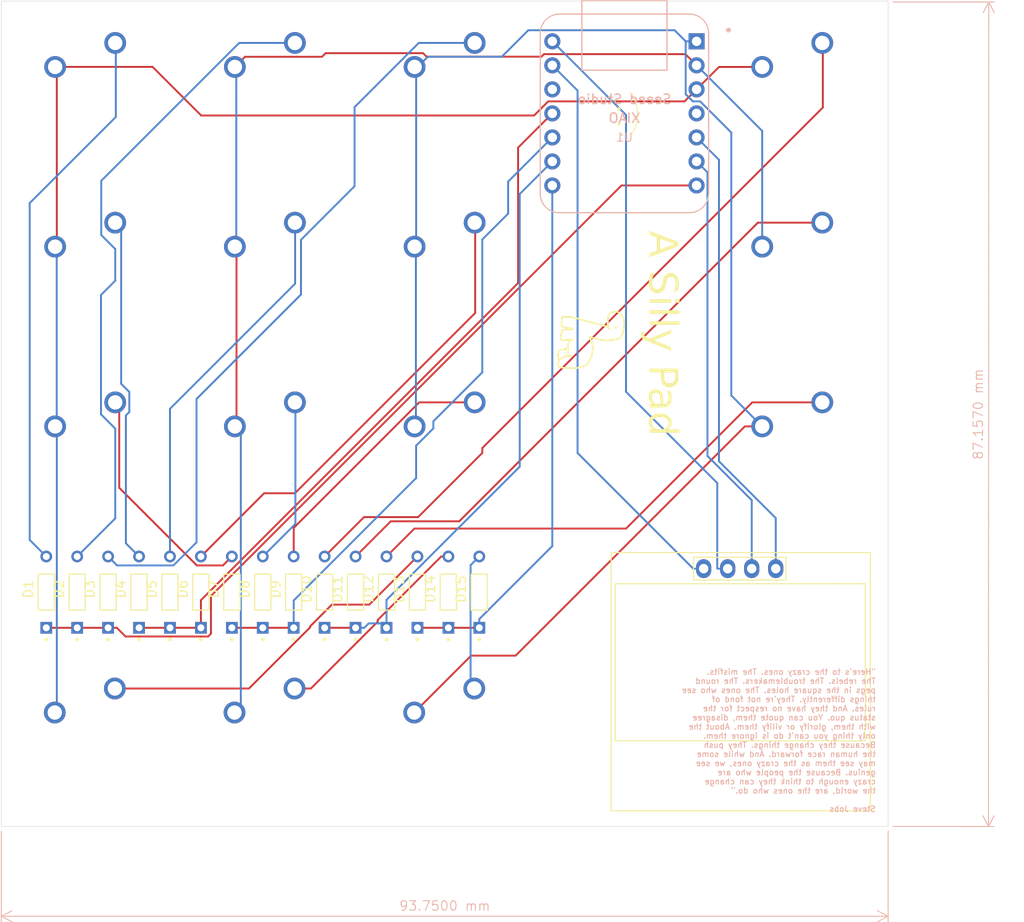
<source format=kicad_pcb>
(kicad_pcb (version 20240108) (generator "pcbnew") (generator_version "8.0")
  (layers (0 "F.Cu" signal) (31 "B.Cu" signal) (34 "B.Paste" user) (35 "F.Paste" user) (36 "B.SilkS" user "B.Silkscreen") (37 "F.SilkS" user "F.Silkscreen") (38 "B.Mask" user) (39 "F.Mask" user) (44 "Edge.Cuts" user))
  (net 0 "")
  (net 1 "SCL")
  (net 2 "SDA")
  (net 3 "C2")
  (net 4 "GND")
  (net 5 "5v")
  (net 6 "R3")
  (net 7 "R2")
  (net 8 "R1")
  (net 9 "C1")
  (net 10 "C3")
  (net 11 "C4")
  (net 13 "C5")
  (net 15 "Net-(D1-PadA)")
  (net 16 "Net-(D2-PadA)")
  (net 17 "Net-(D3-PadA)")
  (net 18 "Net-(D4-PadA)")
  (net 19 "Net-(D5-PadA)")
  (net 20 "Net-(D6-PadA)")
  (net 21 "Net-(D7-PadA)")
  (net 22 "Net-(D8-PadA)")
  (net 23 "Net-(D9-PadA)")
  (net 24 "Net-(D10-PadA)")
  (net 25 "Net-(D11-PadA)")
  (net 26 "Net-(D12-PadA)")
  (net 27 "Net-(D13-PadA)")
  (net 28 "Net-(D14-PadA)")
  (net 29 "Net-(D15-PadA)")
  (footprint "Footprints:128x64OLED" (layer "F.Cu") (at 107.87 100.35)
    (property "Reference" "Brd1" (hide yes))
    (property "Value" "SSD1306")
    (pad "1" thru_hole oval (at -3.62 -10.6 90) (size 2 1.6) (drill 1) (layers "*.Cu" "*.Mask") (net 4 "GND"))
    (pad "2" thru_hole oval (at -1.08 -10.6 90) (size 2 1.6) (drill 1) (layers "*.Cu" "*.Mask") (net 5 "5v"))
    (pad "3" thru_hole oval (at 1.46 -10.6 90) (size 2 1.6) (drill 1) (layers "*.Cu" "*.Mask") (net 1 "SCL"))
    (pad "4" thru_hole oval (at 4 -10.6 90) (size 2 1.6) (drill 1) (layers "*.Cu" "*.Mask") (net 2 "SDA"))
  )
  (footprint "Footprints:MX-Solderable-1U" (layer "F.Cu") (at 39.46 107.5)
    (property "Reference" "SW13")
    (property "Value" "SW_Push")
    (pad "" np_thru_hole circle (at -5.08 0 48.099) (size 1.7018 1.7018) (drill 1.7018) (layers "F&B.Cu" "*.Mask"))
    (pad "" np_thru_hole circle (at 0 0) (size 3.9878 3.9878) (drill 3.9878) (layers "*.Cu" "*.Mask"))
    (pad "" np_thru_hole circle (at 5.08 0 48.099) (size 1.7018 1.7018) (drill 1.7018) (layers "F&B.Cu" "*.Mask"))
    (pad "1" thru_hole circle (at -3.81 -2.54) (size 2.3 2.3) (drill 1.524) (layers "*.Cu" "B.Mask") (net 6 "R3"))
    (pad "2" thru_hole circle (at 2.54 -5.08) (size 2.3 2.3) (drill 1.524) (layers "*.Cu" "B.Mask") (net 27 "Net-(D13-PadA)"))
  )
  (footprint "Footprints:DIOAD753W49L380D172B" (layer "F.Cu") (at 70.72 92.2315 90)
    (property "Reference" "D12" (at 0.3175 -1.905 90) (layer "F.SilkS"))
    (property "Value" "1N4148" (hide yes))
    (pad "A" thru_hole circle (at 3.7685 0 90) (size 1.238 1.238) (drill 0.73) (layers "*.Cu" "*.Mask") (net 26 "Net-(D12-PadA)"))
    (pad "K" thru_hole rect (at -3.7685 0 90) (size 1.238 1.238) (drill 0.73) (layers "*.Cu" "*.Mask") (net 11 "C4"))
  )
  (footprint "Footprints:DIOAD753W49L380D172B" (layer "F.Cu") (at 47.83 92.2315 90)
    (property "Reference" "D5" (at 0.3175 -1.905 90) (layer "F.SilkS"))
    (property "Value" "1N4148" (hide yes))
    (pad "A" thru_hole circle (at 3.7685 0 90) (size 1.238 1.238) (drill 0.73) (layers "*.Cu" "*.Mask") (net 19 "Net-(D5-PadA)"))
    (pad "K" thru_hole rect (at -3.7685 0 90) (size 1.238 1.238) (drill 0.73) (layers "*.Cu" "*.Mask") (net 3 "C2"))
  )
  (footprint "Footprints:DIOAD753W49L380D172B" (layer "F.Cu") (at 44.56 92.2315 90)
    (property "Reference" "D4" (at 0.3175 -1.905 90) (layer "F.SilkS"))
    (property "Value" "1N4148" (hide yes))
    (pad "A" thru_hole circle (at 3.7685 0 90) (size 1.238 1.238) (drill 0.73) (layers "*.Cu" "*.Mask") (net 18 "Net-(D4-PadA)"))
    (pad "K" thru_hole rect (at -3.7685 0 90) (size 1.238 1.238) (drill 0.73) (layers "*.Cu" "*.Mask") (net 3 "C2"))
  )
  (footprint "Footprints:DIOAD753W49L380D172B" (layer "F.Cu") (at 38.02 92.2315 90)
    (property "Reference" "D2" (at 0.3175 -1.905 90) (layer "F.SilkS"))
    (property "Value" "1N4148" (hide yes))
    (pad "A" thru_hole circle (at 3.7685 0 90) (size 1.238 1.238) (drill 0.73) (layers "*.Cu" "*.Mask") (net 16 "Net-(D2-PadA)"))
    (pad "K" thru_hole rect (at -3.7685 0 90) (size 1.238 1.238) (drill 0.73) (layers "*.Cu" "*.Mask") (net 9 "C1"))
  )
  (footprint "Footprints:DIOAD753W49L380D172B" (layer "F.Cu") (at 41.29 92.2315 90)
    (property "Reference" "D3" (at 0.3175 -1.905 90) (layer "F.SilkS"))
    (property "Value" "1N4148" (hide yes))
    (pad "A" thru_hole circle (at 3.7685 0 90) (size 1.238 1.238) (drill 0.73) (layers "*.Cu" "*.Mask") (net 17 "Net-(D3-PadA)"))
    (pad "K" thru_hole rect (at -3.7685 0 90) (size 1.238 1.238) (drill 0.73) (layers "*.Cu" "*.Mask") (net 9 "C1"))
  )
  (footprint "Footprints:MX-Solderable-1U" (layer "F.Cu") (at 58.5 58.25)
    (property "Reference" "SW5")
    (property "Value" "SW_Push")
    (pad "" np_thru_hole circle (at -5.08 0 48.099) (size 1.7018 1.7018) (drill 1.7018) (layers "F&B.Cu" "*.Mask"))
    (pad "" np_thru_hole circle (at 0 0) (size 3.9878 3.9878) (drill 3.9878) (layers "*.Cu" "*.Mask"))
    (pad "" np_thru_hole circle (at 5.08 0 48.099) (size 1.7018 1.7018) (drill 1.7018) (layers "F&B.Cu" "*.Mask"))
    (pad "1" thru_hole circle (at -3.81 -2.54) (size 2.3 2.3) (drill 1.524) (layers "*.Cu" "B.Mask") (net 7 "R2"))
    (pad "2" thru_hole circle (at 2.54 -5.08) (size 2.3 2.3) (drill 1.524) (layers "*.Cu" "B.Mask") (net 19 "Net-(D5-PadA)"))
  )
  (footprint "Footprints:DIOAD753W49L380D172B" (layer "F.Cu") (at 67.45 92.2315 90)
    (property "Reference" "D11" (at 0.3175 -1.905 90) (layer "F.SilkS"))
    (property "Value" "1N4148" (hide yes))
    (pad "A" thru_hole circle (at 3.7685 0 90) (size 1.238 1.238) (drill 0.73) (layers "*.Cu" "*.Mask") (net 25 "Net-(D11-PadA)"))
    (pad "K" thru_hole rect (at -3.7685 0 90) (size 1.238 1.238) (drill 0.73) (layers "*.Cu" "*.Mask") (net 11 "C4"))
  )
  (footprint "Footprints:DIOAD753W49L380D172B" (layer "F.Cu") (at 51.1 92.2315 90)
    (property "Reference" "D6" (at 0.3175 -1.905 90) (layer "F.SilkS"))
    (property "Value" "1N4148" (hide yes))
    (pad "A" thru_hole circle (at 3.7685 0 90) (size 1.238 1.238) (drill 0.73) (layers "*.Cu" "*.Mask") (net 20 "Net-(D6-PadA)"))
    (pad "K" thru_hole rect (at -3.7685 0 90) (size 1.238 1.238) (drill 0.73) (layers "*.Cu" "*.Mask") (net 3 "C2"))
  )
  (footprint "Footprints:DIOAD753W49L380D172B" (layer "F.Cu") (at 54.37 92.2315 90)
    (property "Reference" "D7" (at 0.3175 -1.905 90) (layer "F.SilkS"))
    (property "Value" "1N4148" (hide yes))
    (pad "A" thru_hole circle (at 3.7685 0 90) (size 1.238 1.238) (drill 0.73) (layers "*.Cu" "*.Mask") (net 21 "Net-(D7-PadA)"))
    (pad "K" thru_hole rect (at -3.7685 0 90) (size 1.238 1.238) (drill 0.73) (layers "*.Cu" "*.Mask") (net 10 "C3"))
  )
  (footprint "Footprints:DIOAD753W49L380D172B" (layer "F.Cu") (at 77.26 92.2315 90)
    (property "Reference" "D14" (at 0.3175 -1.905 90) (layer "F.SilkS"))
    (property "Value" "1N4148" (hide yes))
    (pad "A" thru_hole circle (at 3.7685 0 90) (size 1.238 1.238) (drill 0.73) (layers "*.Cu" "*.Mask") (net 28 "Net-(D14-PadA)"))
    (pad "K" thru_hole rect (at -3.7685 0 90) (size 1.238 1.238) (drill 0.73) (layers "*.Cu" "*.Mask") (net 13 "C5"))
  )
  (footprint "Footprints:MX-Solderable-1U" (layer "F.Cu") (at 58.46 107.5)
    (property "Reference" "SW14")
    (property "Value" "SW_Push")
    (pad "" np_thru_hole circle (at -5.08 0 48.099) (size 1.7018 1.7018) (drill 1.7018) (layers "F&B.Cu" "*.Mask"))
    (pad "" np_thru_hole circle (at 0 0) (size 3.9878 3.9878) (drill 3.9878) (layers "*.Cu" "*.Mask"))
    (pad "" np_thru_hole circle (at 5.08 0 48.099) (size 1.7018 1.7018) (drill 1.7018) (layers "F&B.Cu" "*.Mask"))
    (pad "1" thru_hole circle (at -3.81 -2.54) (size 2.3 2.3) (drill 1.524) (layers "*.Cu" "B.Mask") (net 7 "R2"))
    (pad "2" thru_hole circle (at 2.54 -5.08) (size 2.3 2.3) (drill 1.524) (layers "*.Cu" "B.Mask") (net 28 "Net-(D14-PadA)"))
  )
  (footprint "Footprints:DIOAD753W49L380D172B" (layer "F.Cu") (at 73.99 92.2315 90)
    (property "Reference" "D13" (at 0.3175 -1.905 90) (layer "F.SilkS"))
    (property "Value" "1N4148" (hide yes))
    (pad "A" thru_hole circle (at 3.7685 0 90) (size 1.238 1.238) (drill 0.73) (layers "*.Cu" "*.Mask") (net 27 "Net-(D13-PadA)"))
    (pad "K" thru_hole rect (at -3.7685 0 90) (size 1.238 1.238) (drill 0.73) (layers "*.Cu" "*.Mask") (net 13 "C5"))
  )
  (footprint "Footprints:DIOAD753W49L380D172B" (layer "F.Cu") (at 80.53 92.2315 90)
    (property "Reference" "D15" (at 0.3175 -1.905 90) (layer "F.SilkS"))
    (property "Value" "1N4148" (hide yes))
    (pad "A" thru_hole circle (at 3.7685 0 90) (size 1.238 1.238) (drill 0.73) (layers "*.Cu" "*.Mask") (net 29 "Net-(D15-PadA)"))
    (pad "K" thru_hole rect (at -3.7685 0 90) (size 1.238 1.238) (drill 0.73) (layers "*.Cu" "*.Mask") (net 13 "C5"))
  )
  (footprint "Footprints:DIOAD753W49L380D172B" (layer "F.Cu") (at 60.91 92.2315 90)
    (property "Reference" "D9" (at 0.3175 -1.905 90) (layer "F.SilkS"))
    (property "Value" "1N4148" (hide yes))
    (pad "A" thru_hole circle (at 3.7685 0 90) (size 1.238 1.238) (drill 0.73) (layers "*.Cu" "*.Mask") (net 23 "Net-(D9-PadA)"))
    (pad "K" thru_hole rect (at -3.7685 0 90) (size 1.238 1.238) (drill 0.73) (layers "*.Cu" "*.Mask") (net 10 "C3"))
  )
  (footprint "LOGO" (layer "F.Cu") (at 92.5 65.25 -90)
    (property "Reference" "dino" (hide yes))
    (property "Value" "LOGO" (hide yes))
  )
  (footprint "Footprints:MX-Solderable-1U" (layer "F.Cu") (at 77.5 39.25)
    (property "Reference" "SW3")
    (property "Value" "SW_Push")
    (pad "" np_thru_hole circle (at -5.08 0 48.099) (size 1.7018 1.7018) (drill 1.7018) (layers "F&B.Cu" "*.Mask"))
    (pad "" np_thru_hole circle (at 0 0) (size 3.9878 3.9878) (drill 3.9878) (layers "*.Cu" "*.Mask"))
    (pad "" np_thru_hole circle (at 5.08 0 48.099) (size 1.7018 1.7018) (drill 1.7018) (layers "F&B.Cu" "*.Mask"))
    (pad "1" thru_hole circle (at -3.81 -2.54) (size 2.3 2.3) (drill 1.524) (layers "*.Cu" "B.Mask") (net 8 "R1"))
    (pad "2" thru_hole circle (at 2.54 -5.08) (size 2.3 2.3) (drill 1.524) (layers "*.Cu" "B.Mask") (net 17 "Net-(D3-PadA)"))
  )
  (footprint "Footprints:MX-Solderable-1U" (layer "F.Cu") (at 39.5 58.25)
    (property "Reference" "SW4")
    (property "Value" "SW_Push")
    (pad "" np_thru_hole circle (at -5.08 0 48.099) (size 1.7018 1.7018) (drill 1.7018) (layers "F&B.Cu" "*.Mask"))
    (pad "" np_thru_hole circle (at 0 0) (size 3.9878 3.9878) (drill 3.9878) (layers "*.Cu" "*.Mask"))
    (pad "" np_thru_hole circle (at 5.08 0 48.099) (size 1.7018 1.7018) (drill 1.7018) (layers "F&B.Cu" "*.Mask"))
    (pad "1" thru_hole circle (at -3.81 -2.54) (size 2.3 2.3) (drill 1.524) (layers "*.Cu" "B.Mask") (net 6 "R3"))
    (pad "2" thru_hole circle (at 2.54 -5.08) (size 2.3 2.3) (drill 1.524) (layers "*.Cu" "B.Mask") (net 18 "Net-(D4-PadA)"))
  )
  (footprint "Footprints:MX-Solderable-1U" (layer "F.Cu") (at 58.5 77.25)
    (property "Reference" "SW8")
    (property "Value" "SW_Push")
    (pad "" np_thru_hole circle (at -5.08 0 48.099) (size 1.7018 1.7018) (drill 1.7018) (layers "F&B.Cu" "*.Mask"))
    (pad "" np_thru_hole circle (at 0 0) (size 3.9878 3.9878) (drill 3.9878) (layers "*.Cu" "*.Mask"))
    (pad "" np_thru_hole circle (at 5.08 0 48.099) (size 1.7018 1.7018) (drill 1.7018) (layers "F&B.Cu" "*.Mask"))
    (pad "1" thru_hole circle (at -3.81 -2.54) (size 2.3 2.3) (drill 1.524) (layers "*.Cu" "B.Mask") (net 7 "R2"))
    (pad "2" thru_hole circle (at 2.54 -5.08) (size 2.3 2.3) (drill 1.524) (layers "*.Cu" "B.Mask") (net 22 "Net-(D8-PadA)"))
  )
  (footprint "Footprints:MX-Solderable-1U" (layer "F.Cu") (at 114.25 39.25)
    (property "Reference" "SW10")
    (property "Value" "SW_Push")
    (pad "" np_thru_hole circle (at -5.08 0 48.099) (size 1.7018 1.7018) (drill 1.7018) (layers "F&B.Cu" "*.Mask"))
    (pad "" np_thru_hole circle (at 0 0) (size 3.9878 3.9878) (drill 3.9878) (layers "*.Cu" "*.Mask"))
    (pad "" np_thru_hole circle (at 5.08 0 48.099) (size 1.7018 1.7018) (drill 1.7018) (layers "F&B.Cu" "*.Mask"))
    (pad "1" thru_hole circle (at -3.81 -2.54) (size 2.3 2.3) (drill 1.524) (layers "*.Cu" "B.Mask") (net 6 "R3"))
    (pad "2" thru_hole circle (at 2.54 -5.08) (size 2.3 2.3) (drill 1.524) (layers "*.Cu" "B.Mask") (net 24 "Net-(D10-PadA)"))
  )
  (footprint "Footprints:DIOAD753W49L380D172B" (layer "F.Cu") (at 57.64 92.2315 90)
    (property "Reference" "D8" (at 0.3175 -1.905 90) (layer "F.SilkS"))
    (property "Value" "1N4148" (hide yes))
    (pad "A" thru_hole circle (at 3.7685 0 90) (size 1.238 1.238) (drill 0.73) (layers "*.Cu" "*.Mask") (net 22 "Net-(D8-PadA)"))
    (pad "K" thru_hole rect (at -3.7685 0 90) (size 1.238 1.238) (drill 0.73) (layers "*.Cu" "*.Mask") (net 10 "C3"))
  )
  (footprint "Footprints:DIOAD753W49L380D172B" (layer "F.Cu") (at 34.75 92.2315 90)
    (property "Reference" "D1" (at 0.3175 -1.905 90) (layer "F.SilkS"))
    (property "Value" "1N4148" (hide yes))
    (pad "A" thru_hole circle (at 3.7685 0 90) (size 1.238 1.238) (drill 0.73) (layers "*.Cu" "*.Mask") (net 15 "Net-(D1-PadA)"))
    (pad "K" thru_hole rect (at -3.7685 0 90) (size 1.238 1.238) (drill 0.73) (layers "*.Cu" "*.Mask") (net 9 "C1"))
  )
  (footprint "Footprints:MX-Solderable-1U" (layer "F.Cu") (at 77.46 107.5)
    (property "Reference" "SW15")
    (property "Value" "SW_Push")
    (pad "" np_thru_hole circle (at -5.08 0 48.099) (size 1.7018 1.7018) (drill 1.7018) (layers "F&B.Cu" "*.Mask"))
    (pad "" np_thru_hole circle (at 0 0) (size 3.9878 3.9878) (drill 3.9878) (layers "*.Cu" "*.Mask"))
    (pad "" np_thru_hole circle (at 5.08 0 48.099) (size 1.7018 1.7018) (drill 1.7018) (layers "F&B.Cu" "*.Mask"))
    (pad "1" thru_hole circle (at -3.81 -2.54) (size 2.3 2.3) (drill 1.524) (layers "*.Cu" "B.Mask") (net 8 "R1"))
    (pad "2" thru_hole circle (at 2.54 -5.08) (size 2.3 2.3) (drill 1.524) (layers "*.Cu" "B.Mask") (net 29 "Net-(D15-PadA)"))
  )
  (footprint "Footprints:MX-Solderable-1U" (layer "F.Cu") (at 114.25 58.25)
    (property "Reference" "SW11")
    (property "Value" "SW_Push")
    (pad "" np_thru_hole circle (at -5.08 0 48.099) (size 1.7018 1.7018) (drill 1.7018) (layers "F&B.Cu" "*.Mask"))
    (pad "" np_thru_hole circle (at 0 0) (size 3.9878 3.9878) (drill 3.9878) (layers "*.Cu" "*.Mask"))
    (pad "" np_thru_hole circle (at 5.08 0 48.099) (size 1.7018 1.7018) (drill 1.7018) (layers "F&B.Cu" "*.Mask"))
    (pad "1" thru_hole circle (at -3.81 -2.54) (size 2.3 2.3) (drill 1.524) (layers "*.Cu" "B.Mask") (net 7 "R2"))
    (pad "2" thru_hole circle (at 2.54 -5.08) (size 2.3 2.3) (drill 1.524) (layers "*.Cu" "B.Mask") (net 25 "Net-(D11-PadA)"))
  )
  (footprint "Footprints:DIOAD753W49L380D172B" (layer "F.Cu") (at 64.18 92.2315 90)
    (property "Reference" "D10" (at 0.3175 -1.905 90) (layer "F.SilkS"))
    (property "Value" "1N4148" (hide yes))
    (pad "A" thru_hole circle (at 3.7685 0 90) (size 1.238 1.238) (drill 0.73) (layers "*.Cu" "*.Mask") (net 24 "Net-(D10-PadA)"))
    (pad "K" thru_hole rect (at -3.7685 0 90) (size 1.238 1.238) (drill 0.73) (layers "*.Cu" "*.Mask") (net 11 "C4"))
  )
  (footprint "Footprints:MX-Solderable-1U" (layer "F.Cu") (at 114.25 77.25)
    (property "Reference" "SW12")
    (property "Value" "SW_Push")
    (pad "" np_thru_hole circle (at -5.08 0 48.099) (size 1.7018 1.7018) (drill 1.7018) (layers "F&B.Cu" "*.Mask"))
    (pad "" np_thru_hole circle (at 0 0) (size 3.9878 3.9878) (drill 3.9878) (layers "*.Cu" "*.Mask"))
    (pad "" np_thru_hole circle (at 5.08 0 48.099) (size 1.7018 1.7018) (drill 1.7018) (layers "F&B.Cu" "*.Mask"))
    (pad "1" thru_hole circle (at -3.81 -2.54) (size 2.3 2.3) (drill 1.524) (layers "*.Cu" "B.Mask") (net 8 "R1"))
    (pad "2" thru_hole circle (at 2.54 -5.08) (size 2.3 2.3) (drill 1.524) (layers "*.Cu" "B.Mask") (net 26 "Net-(D12-PadA)"))
  )
  (footprint "Footprints:MX-Solderable-1U" (layer "F.Cu") (at 58.5 39.25)
    (property "Reference" "SW2")
    (property "Value" "SW_Push")
    (pad "" np_thru_hole circle (at -5.08 0 48.099) (size 1.7018 1.7018) (drill 1.7018) (layers "F&B.Cu" "*.Mask"))
    (pad "" np_thru_hole circle (at 0 0) (size 3.9878 3.9878) (drill 3.9878) (layers "*.Cu" "*.Mask"))
    (pad "" np_thru_hole circle (at 5.08 0 48.099) (size 1.7018 1.7018) (drill 1.7018) (layers "F&B.Cu" "*.Mask"))
    (pad "1" thru_hole circle (at -3.81 -2.54) (size 2.3 2.3) (drill 1.524) (layers "*.Cu" "B.Mask") (net 7 "R2"))
    (pad "2" thru_hole circle (at 2.54 -5.08) (size 2.3 2.3) (drill 1.524) (layers "*.Cu" "B.Mask") (net 16 "Net-(D2-PadA)"))
  )
  (footprint "Footprints:MX-Solderable-1U" (layer "F.Cu") (at 77.5 58.25)
    (property "Reference" "SW6")
    (property "Value" "SW_Push")
    (pad "" np_thru_hole circle (at -5.08 0 48.099) (size 1.7018 1.7018) (drill 1.7018) (layers "F&B.Cu" "*.Mask"))
    (pad "" np_thru_hole circle (at 0 0) (size 3.9878 3.9878) (drill 3.9878) (layers "*.Cu" "*.Mask"))
    (pad "" np_thru_hole circle (at 5.08 0 48.099) (size 1.7018 1.7018) (drill 1.7018) (layers "F&B.Cu" "*.Mask"))
    (pad "1" thru_hole circle (at -3.81 -2.54) (size 2.3 2.3) (drill 1.524) (layers "*.Cu" "B.Mask") (net 8 "R1"))
    (pad "2" thru_hole circle (at 2.54 -5.08) (size 2.3 2.3) (drill 1.524) (layers "*.Cu" "B.Mask") (net 20 "Net-(D6-PadA)"))
  )
  (footprint "Footprints:MX-Solderable-1U" (layer "F.Cu") (at 77.5 77.25)
    (property "Reference" "SW9")
    (property "Value" "SW_Push")
    (pad "" np_thru_hole circle (at -5.08 0 48.099) (size 1.7018 1.7018) (drill 1.7018) (layers "F&B.Cu" "*.Mask"))
    (pad "" np_thru_hole circle (at 0 0) (size 3.9878 3.9878) (drill 3.9878) (layers "*.Cu" "*.Mask"))
    (pad "" np_thru_hole circle (at 5.08 0 48.099) (size 1.7018 1.7018) (drill 1.7018) (layers "F&B.Cu" "*.Mask"))
    (pad "1" thru_hole circle (at -3.81 -2.54) (size 2.3 2.3) (drill 1.524) (layers "*.Cu" "B.Mask") (net 8 "R1"))
    (pad "2" thru_hole circle (at 2.54 -5.08) (size 2.3 2.3) (drill 1.524) (layers "*.Cu" "B.Mask") (net 23 "Net-(D9-PadA)"))
  )
  (footprint "Footprints:MX-Solderable-1U" (layer "F.Cu") (at 39.5 39.25)
    (property "Reference" "SW1")
    (property "Value" "SW_Push")
    (pad "" np_thru_hole circle (at -5.08 0 48.099) (size 1.7018 1.7018) (drill 1.7018) (layers "F&B.Cu" "*.Mask"))
    (pad "" np_thru_hole circle (at 0 0) (size 3.9878 3.9878) (drill 3.9878) (layers "*.Cu" "*.Mask"))
    (pad "" np_thru_hole circle (at 5.08 0 48.099) (size 1.7018 1.7018) (drill 1.7018) (layers "F&B.Cu" "*.Mask"))
    (pad "1" thru_hole circle (at -3.81 -2.54) (size 2.3 2.3) (drill 1.524) (layers "*.Cu" "B.Mask") (net 6 "R3"))
    (pad "2" thru_hole circle (at 2.54 -5.08) (size 2.3 2.3) (drill 1.524) (layers "*.Cu" "B.Mask") (net 15 "Net-(D1-PadA)"))
  )
  (footprint "Footprints:MX-Solderable-1U" (layer "F.Cu") (at 39.5 77.25)
    (property "Reference" "SW7")
    (property "Value" "SW_Push")
    (pad "" np_thru_hole circle (at -5.08 0 48.099) (size 1.7018 1.7018) (drill 1.7018) (layers "F&B.Cu" "*.Mask"))
    (pad "" np_thru_hole circle (at 0 0) (size 3.9878 3.9878) (drill 3.9878) (layers "*.Cu" "*.Mask"))
    (pad "" np_thru_hole circle (at 5.08 0 48.099) (size 1.7018 1.7018) (drill 1.7018) (layers "F&B.Cu" "*.Mask"))
    (pad "1" thru_hole circle (at -3.81 -2.54) (size 2.3 2.3) (drill 1.524) (layers "*.Cu" "B.Mask") (net 6 "R3"))
    (pad "2" thru_hole circle (at 2.54 -5.08) (size 2.3 2.3) (drill 1.524) (layers "*.Cu" "B.Mask") (net 21 "Net-(D7-PadA)"))
  )
  (footprint "Footprints:XIAO-Generic-Thruhole-14P-2.54-21X17.8MM" (layer "B.Cu") (at 95.875 41.62 180)
    (property "Reference" "U1" (at 0 -2.54 0) (layer "B.SilkS") (effects (font (size 0.889 0.889) (thickness 0.1016)) (justify mirror)))
    (property "Value" "Seeed Xiao RP2040" (hide yes))
    (fp_text user "Seeed Studio" (at 0 1.5 0) (layer "B.SilkS") (effects (justify mirror)))
    (fp_text user "XIAO" (at 0 -0.5 0) (layer "B.SilkS") (effects (justify mirror)))
    (pad "1" thru_hole rect (at -7.625 7.62 180) (size 1.7 1.7) (drill 1) (layers "*.Cu" "*.Mask") (net 8 "R1"))
    (pad "2" thru_hole circle (at -7.625 5.08 180) (size 1.7 1.7) (drill 1) (layers "*.Cu" "*.Mask") (net 7 "R2"))
    (pad "3" thru_hole circle (at -7.625 2.54 180) (size 1.7 1.7) (drill 1) (layers "*.Cu" "*.Mask") (net 6 "R3"))
    (pad "4" thru_hole circle (at -7.625 0 180) (size 1.7 1.7) (drill 1) (layers "*.Cu" "*.Mask"))
    (pad "5" thru_hole circle (at -7.625 -2.54 180) (size 1.7 1.7) (drill 1) (layers "*.Cu" "*.Mask") (net 2 "SDA"))
    (pad "6" thru_hole circle (at -7.625 -5.08) (size 1.7 1.7) (drill 1) (layers "*.Cu" "*.Mask") (net 1 "SCL"))
    (pad "7" thru_hole circle (at -7.625 -7.62 180) (size 1.7 1.7) (drill 1) (layers "*.Cu" "*.Mask") (net 9 "C1"))
    (pad "8" thru_hole circle (at 7.625 -7.62 180) (size 1.7 1.7) (drill 1) (layers "*.Cu" "*.Mask") (net 13 "C5"))
    (pad "9" thru_hole circle (at 7.625 -5.08 180) (size 1.7 1.7) (drill 1) (layers "*.Cu" "*.Mask") (net 11 "C4"))
    (pad "10" thru_hole circle (at 7.625 -2.54 180) (size 1.7 1.7) (drill 1) (layers "*.Cu" "*.Mask") (net 10 "C3"))
    (pad "11" thru_hole circle (at 7.625 0 180) (size 1.7 1.7) (drill 1) (layers "*.Cu" "*.Mask") (net 3 "C2"))
    (pad "12" thru_hole circle (at 7.625 2.54 180) (size 1.7 1.7) (drill 1) (layers "*.Cu" "*.Mask"))
    (pad "13" thru_hole circle (at 7.625 5.08 180) (size 1.7 1.7) (drill 1) (layers "*.Cu" "*.Mask") (net 4 "GND"))
    (pad "14" thru_hole circle (at 7.625 7.62 180) (size 1.7 1.7) (drill 1) (layers "*.Cu" "*.Mask") (net 5 "5v"))
  )
  (gr_rect (start 30 29.75) (end 123.75 117) (stroke (width 0.05)) (fill none) (layer "Edge.Cuts"))
  (gr_text "{dblquote}Here's to the crazy ones. The misfits.\nThe rebels. The troublemakers. The round\npegs in the square holes. The ones who see\nthings differently. They're not fond of\nrules. And they have no respect for the\nstatus quo. You can quote them, disagree\nwith them, glorify or vilify them. About the\nonly thing you can't do is ignore them.\nBecause they change things. They push\nthe human race forward. And while some\nmay see them as the crazy ones, we see\ngenius. Because the people who are\ncrazy enough to think they can change\nthe world, are the ones who do.{dblquote}\n\nSteve Jobs" (at 122.5 115.5 0) (layer "B.SilkS") (effects (font (size 0.6 0.6) (thickness 0.1)) (justify left bottom mirror)))
  (gr_text ":)" (at 94.5 43.25 0) (layer "F.SilkS") (effects (font (size 3 3) (thickness 0.1)) (justify left bottom)))
  (gr_text "A Silly Pad" (at 98 54 -90) (layer "F.SilkS") (effects (font (size 3 3) (thickness 0.1)) (justify left bottom)))
  (dimension (type aligned) (layer "B.SilkS") (pts (xy 123.775 29.843) (xy 123.75 117)) (height -10.612222) (gr_text "87.1570 mm" (at 133.274722 73.424228 89.98356535) (layer "B.SilkS") (effects (font (size 1 1) (thickness 0.1)))) (format (prefix "") (suffix "") (units 3) (units_format 1) (precision 4)) (style (thickness 0.1) (arrow_length 1.27) (text_position_mode 0) (extension_height 0.58642) (extension_offset 0.5) keep_text_aligned))
  (dimension (type aligned) (layer "B.SilkS") (pts (xy 30 117) (xy 123.75 117)) (height 9.5) (gr_text "93.7500 mm" (at 76.875 125.4 0) (layer "B.SilkS") (effects (font (size 1 1) (thickness 0.1)))) (format (prefix "") (suffix "") (units 3) (units_format 1) (precision 4)) (style (thickness 0.1) (arrow_length 1.27) (text_position_mode 0) (extension_height 0.58642) (extension_offset 0.5) keep_text_aligned))
  (segment (start 104.6517 77.8348) (end 109.33 82.5131) (width 0.2) (layer "B.Cu") (net 1))
  (segment (start 109.33 82.5131) (end 109.33 89.75) (width 0.2) (layer "B.Cu") (net 1))
  (segment (start 103.5 46.7) (end 104.6517 47.8517) (width 0.2) (layer "B.Cu") (net 1))
  (segment (start 104.6517 47.8517) (end 104.6517 77.8348) (width 0.2) (layer "B.Cu") (net 1))
  (segment (start 105.8656 78.3979) (end 111.87 84.4023) (width 0.2) (layer "B.Cu") (net 2))
  (segment (start 111.87 84.4023) (end 111.87 89.75) (width 0.2) (layer "B.Cu") (net 2))
  (segment (start 103.5 44.16) (end 105.8656 46.5256) (width 0.2) (layer "B.Cu") (net 2))
  (segment (start 105.8656 46.5256) (end 105.8656 78.3979) (width 0.2) (layer "B.Cu") (net 2))
  (segment (start 47.83 96) (end 48.7507 96) (width 0.2) (layer "F.Cu") (net 3))
  (segment (start 88.25 41.62) (end 84.6329 45.2371) (width 0.2) (layer "F.Cu") (net 3))
  (segment (start 84.6329 45.2371) (end 84.6329 59.5511) (width 0.2) (layer "F.Cu") (net 3))
  (segment (start 84.6329 59.5511) (end 51.1 93.084) (width 0.2) (layer "F.Cu") (net 3))
  (segment (start 51.1 93.084) (end 51.1 96) (width 0.2) (layer "F.Cu") (net 3))
  (segment (start 51.1 96) (end 48.7507 96) (width 0.2) (layer "F.Cu") (net 3))
  (segment (start 44.56 96) (end 47.83 96) (width 0.2) (layer "F.Cu") (net 3))
  (segment (start 90.9189 77.5206) (end 103.1483 89.75) (width 0.2) (layer "B.Cu") (net 4))
  (segment (start 104.25 89.75) (end 103.1483 89.75) (width 0.2) (layer "B.Cu") (net 4))
  (segment (start 90.9189 39.2089) (end 90.9189 77.5206) (width 0.2) (layer "B.Cu") (net 4))
  (segment (start 88.25 36.54) (end 90.9189 39.2089) (width 0.2) (layer "B.Cu") (net 4))
  (segment (start 96.0413 71.0529) (end 96.0413 41.7913) (width 0.2) (layer "B.Cu") (net 5))
  (segment (start 106.79 89.75) (end 105.6883 89.75) (width 0.2) (layer "B.Cu") (net 5))
  (segment (start 105.6883 89.75) (end 105.6883 80.6999) (width 0.2) (layer "B.Cu") (net 5))
  (segment (start 105.6883 80.6999) (end 96.0413 71.0529) (width 0.2) (layer "B.Cu") (net 5))
  (segment (start 96.0413 41.7913) (end 88.25 34) (width 0.2) (layer "B.Cu") (net 5))
  (segment (start 35.6982 36.71) (end 35.69 36.71) (width 0.2) (layer "F.Cu") (net 6))
  (segment (start 35.8658 55.5342) (end 35.8658 36.8776) (width 0.2) (layer "F.Cu") (net 6))
  (segment (start 87.8155 40.35) (end 86.3232 41.8423) (width 0.2) (layer "F.Cu") (net 6))
  (segment (start 102.23 40.35) (end 87.8155 40.35) (width 0.2) (layer "F.Cu") (net 6))
  (segment (start 35.8658 36.8776) (end 35.6982 36.71) (width 0.2) (layer "F.Cu") (net 6))
  (segment (start 45.9915 36.7015) (end 36.0419 36.7015) (width 0.2) (layer "F.Cu") (net 6))
  (segment (start 35.69 55.71) (end 35.8658 55.5342) (width 0.2) (layer "F.Cu") (net 6))
  (segment (start 36.0419 36.7015) (end 35.8658 36.8776) (width 0.2) (layer "F.Cu") (net 6))
  (segment (start 110.44 36.71) (end 105.87 36.71) (width 0.2) (layer "F.Cu") (net 6))
  (segment (start 51.1323 41.8423) (end 45.9915 36.7015) (width 0.2) (layer "F.Cu") (net 6))
  (segment (start 105.87 36.71) (end 103.5 39.08) (width 0.2) (layer "F.Cu") (net 6))
  (segment (start 103.5 39.08) (end 102.23 40.35) (width 0.2) (layer "F.Cu") (net 6))
  (segment (start 86.3232 41.8423) (end 51.1323 41.8423) (width 0.2) (layer "F.Cu") (net 6))
  (segment (start 35.8674 104.7426) (end 35.65 104.96) (width 0.2) (layer "B.Cu") (net 6))
  (segment (start 35.8674 74.8874) (end 35.8674 104.7426) (width 0.2) (layer "B.Cu") (net 6))
  (segment (start 35.8552 74.5448) (end 35.69 74.71) (width 0.2) (layer "B.Cu") (net 6))
  (segment (start 35.69 55.71) (end 35.8552 55.8752) (width 0.2) (layer "B.Cu") (net 6))
  (segment (start 35.69 74.71) (end 35.8674 74.8874) (width 0.2) (layer "B.Cu") (net 6))
  (segment (start 35.8552 55.8752) (end 35.8552 74.5448) (width 0.2) (layer "B.Cu") (net 6))
  (segment (start 54.69 74.71) (end 54.8632 74.5368) (width 0.2) (layer "F.Cu") (net 7))
  (segment (start 102.3175 35.3575) (end 87.3625 35.3575) (width 0.2) (layer "F.Cu") (net 7))
  (segment (start 74.5866 35.2556) (end 64.283 35.2556) (width 0.2) (layer "F.Cu") (net 7))
  (segment (start 54.8632 74.5368) (end 54.8632 55.8832) (width 0.2) (layer "F.Cu") (net 7))
  (segment (start 55.7659 35.6341) (end 54.69 36.71) (width 0.2) (layer "F.Cu") (net 7))
  (segment (start 87.3625 35.3575) (end 87.0965 35.6235) (width 0.2) (layer "F.Cu") (net 7))
  (segment (start 64.283 35.2556) (end 63.9045 35.6341) (width 0.2) (layer "F.Cu") (net 7))
  (segment (start 54.8632 55.8832) (end 54.69 55.71) (width 0.2) (layer "F.Cu") (net 7))
  (segment (start 63.9045 35.6341) (end 55.7659 35.6341) (width 0.2) (layer "F.Cu") (net 7))
  (segment (start 74.9545 35.6235) (end 74.5866 35.2556) (width 0.2) (layer "F.Cu") (net 7))
  (segment (start 87.0965 35.6235) (end 74.9545 35.6235) (width 0.2) (layer "F.Cu") (net 7))
  (segment (start 103.5 36.54) (end 102.3175 35.3575) (width 0.2) (layer "F.Cu") (net 7))
  (segment (start 54.8425 36.8625) (end 54.8425 55.5575) (width 0.2) (layer "B.Cu") (net 7))
  (segment (start 110.44 43.48) (end 110.44 55.71) (width 0.2) (layer "B.Cu") (net 7))
  (segment (start 55.3171 104.2929) (end 54.65 104.96) (width 0.2) (layer "B.Cu") (net 7))
  (segment (start 55.3171 75.3371) (end 55.3171 104.2929) (width 0.2) (layer "B.Cu") (net 7))
  (segment (start 54.69 36.71) (end 54.8425 36.8625) (width 0.2) (layer "B.Cu") (net 7))
  (segment (start 54.8425 55.5575) (end 54.69 55.71) (width 0.2) (layer "B.Cu") (net 7))
  (segment (start 103.5 36.54) (end 110.44 43.48) (width 0.2) (layer "B.Cu") (net 7))
  (segment (start 54.69 74.71) (end 55.3171 75.3371) (width 0.2) (layer "B.Cu") (net 7))
  (segment (start 79.6655 98.9445) (end 73.65 104.96) (width 0.2) (layer "F.Cu") (net 8))
  (segment (start 108.6046 74.71) (end 84.3701 98.9445) (width 0.2) (layer "F.Cu") (net 8))
  (segment (start 110.44 74.71) (end 108.6046 74.71) (width 0.2) (layer "F.Cu") (net 8))
  (segment (start 84.3701 98.9445) (end 79.6655 98.9445) (width 0.2) (layer "F.Cu") (net 8))
  (segment (start 75.0881 35.6341) (end 82.9045 35.6341) (width 0.2) (layer "B.Cu") (net 8))
  (segment (start 73.69 55.71) (end 73.8552 55.5448) (width 0.2) (layer "B.Cu") (net 8))
  (segment (start 102.3483 39.5924) (end 103.1059 40.35) (width 0.2) (layer "B.Cu") (net 8))
  (segment (start 73.8284 74.5716) (end 73.69 74.71) (width 0.2) (layer "B.Cu") (net 8))
  (segment (start 101.1784 32.8301) (end 102.3483 34) (width 0.2) (layer "B.Cu") (net 8))
  (segment (start 73.8552 36.867) (end 73.6982 36.71) (width 0.2) (layer "B.Cu") (net 8))
  (segment (start 103.5 34) (end 102.4492 34) (width 0.2) (layer "B.Cu") (net 8))
  (segment (start 73.8552 36.867) (end 75.0881 35.6341) (width 0.2) (layer "B.Cu") (net 8))
  (segment (start 73.6982 36.71) (end 73.69 36.71) (width 0.2) (layer "B.Cu") (net 8))
  (segment (start 107.1723 71.4423) (end 110.44 74.71) (width 0.2) (layer "B.Cu") (net 8))
  (segment (start 102.3498 34) (end 102.3483 34) (width 0.2) (layer "B.Cu") (net 8))
  (segment (start 73.69 55.71) (end 73.8284 55.8484) (width 0.2) (layer "B.Cu") (net 8))
  (segment (start 102.3483 34.0015) (end 102.3483 39.5924) (width 0.2) (layer "B.Cu") (net 8))
  (segment (start 85.7085 32.8301) (end 101.1784 32.8301) (width 0.2) (layer "B.Cu") (net 8))
  (segment (start 82.9045 35.6341) (end 85.7085 32.8301) (width 0.2) (layer "B.Cu") (net 8))
  (segment (start 102.3498 34) (end 102.3483 34.0015) (width 0.2) (layer "B.Cu") (net 8))
  (segment (start 73.8552 55.5448) (end 73.8552 36.867) (width 0.2) (layer "B.Cu") (net 8))
  (segment (start 107.1723 43.6443) (end 107.1723 71.4423) (width 0.2) (layer "B.Cu") (net 8))
  (segment (start 102.4492 34) (end 102.3498 34) (width 0.2) (layer "B.Cu") (net 8))
  (segment (start 103.878 40.35) (end 107.1723 43.6443) (width 0.2) (layer "B.Cu") (net 8))
  (segment (start 103.1059 40.35) (end 103.878 40.35) (width 0.2) (layer "B.Cu") (net 8))
  (segment (start 73.8284 55.8484) (end 73.8284 74.5716) (width 0.2) (layer "B.Cu") (net 8))
  (segment (start 41.29 96) (end 38.02 96) (width 0.2) (layer "F.Cu") (net 9))
  (segment (start 51.8617 96.9207) (end 52.1622 96.6202) (width 0.2) (layer "F.Cu") (net 9))
  (segment (start 43.1314 96.9207) (end 51.8617 96.9207) (width 0.2) (layer "F.Cu") (net 9))
  (segment (start 34.75 96) (end 38.02 96) (width 0.2) (layer "F.Cu") (net 9))
  (segment (start 41.29 96) (end 42.2107 96) (width 0.2) (layer "F.Cu") (net 9))
  (segment (start 52.1622 96.6202) (end 52.1622 92.6387) (width 0.2) (layer "F.Cu") (net 9))
  (segment (start 95.5609 49.24) (end 103.5 49.24) (width 0.2) (layer "F.Cu") (net 9))
  (segment (start 42.2107 96) (end 43.1314 96.9207) (width 0.2) (layer "F.Cu") (net 9))
  (segment (start 52.1622 92.6387) (end 95.5609 49.24) (width 0.2) (layer "F.Cu") (net 9))
  (segment (start 60.91 96) (end 57.64 96) (width 0.2) (layer "F.Cu") (net 10))
  (segment (start 57.64 96) (end 54.37 96) (width 0.2) (layer "F.Cu") (net 10))
  (segment (start 88.25 44.16) (end 83.5807 48.8293) (width 0.2) (layer "B.Cu") (net 10))
  (segment (start 73.8516 76.7477) (end 73.8516 80.1696) (width 0.2) (layer "B.Cu") (net 10))
  (segment (start 60.91 93.1112) (end 60.91 96) (width 0.2) (layer "B.Cu") (net 10))
  (segment (start 80.8483 68.9995) (end 75.6734 74.1744) (width 0.2) (layer "B.Cu") (net 10))
  (segment (start 75.6734 74.9259) (end 73.8516 76.7477) (width 0.2) (layer "B.Cu") (net 10))
  (segment (start 83.5807 48.8293) (end 83.5807 52.2184) (width 0.2) (layer "B.Cu") (net 10))
  (segment (start 75.6734 74.1744) (end 75.6734 74.9259) (width 0.2) (layer "B.Cu") (net 10))
  (segment (start 73.8516 80.1696) (end 60.91 93.1112) (width 0.2) (layer "B.Cu") (net 10))
  (segment (start 83.5807 52.2184) (end 80.8483 54.9508) (width 0.2) (layer "B.Cu") (net 10))
  (segment (start 80.8483 54.9508) (end 80.8483 68.9995) (width 0.2) (layer "B.Cu") (net 10))
  (segment (start 64.18 96) (end 67.45 96) (width 0.2) (layer "F.Cu") (net 11))
  (segment (start 84.8017 50.1483) (end 84.8017 78.9685) (width 0.2) (layer "B.Cu") (net 11))
  (segment (start 67.45 96) (end 68.3707 96) (width 0.2) (layer "B.Cu") (net 11))
  (segment (start 88.25 46.7) (end 84.8017 50.1483) (width 0.2) (layer "B.Cu") (net 11))
  (segment (start 70.72 96) (end 70.72 95.5396) (width 0.2) (layer "B.Cu") (net 11))
  (segment (start 68.8311 95.5396) (end 68.3707 96) (width 0.2) (layer "B.Cu") (net 11))
  (segment (start 70.72 93.0502) (end 70.72 95.5396) (width 0.2) (layer "B.Cu") (net 11))
  (segment (start 70.72 95.5396) (end 68.8311 95.5396) (width 0.2) (layer "B.Cu") (net 11))
  (segment (start 84.8017 78.9685) (end 70.72 93.0502) (width 0.2) (layer "B.Cu") (net 11))
  (segment (start 80.53 96) (end 77.26 96) (width 0.2) (layer "F.Cu") (net 13))
  (segment (start 73.99 96) (end 77.26 96) (width 0.2) (layer "F.Cu") (net 13))
  (segment (start 88.25 49.24) (end 88.25 87.3593) (width 0.2) (layer "B.Cu") (net 13))
  (segment (start 80.53 96) (end 80.53 95.0793) (width 0.2) (layer "B.Cu") (net 13))
  (segment (start 88.25 87.3593) (end 80.53 95.0793) (width 0.2) (layer "B.Cu") (net 13))
  (segment (start 32.9979 51.1082) (end 42.1033 42.0028) (width 0.2) (layer "B.Cu") (net 15))
  (segment (start 42.1033 34.2333) (end 42.04 34.17) (width 0.2) (layer "B.Cu") (net 15))
  (segment (start 32.9979 86.7109) (end 32.9979 51.1082) (width 0.2) (layer "B.Cu") (net 15))
  (segment (start 34.75 88.463) (end 32.9979 86.7109) (width 0.2) (layer "B.Cu") (net 15))
  (segment (start 42.1033 42.0028) (end 42.1033 34.2333) (width 0.2) (layer "B.Cu") (net 15))
  (segment (start 40.5373 73.4321) (end 42.0456 74.9404) (width 0.2) (layer "B.Cu") (net 16))
  (segment (start 40.5373 60.8128) (end 40.5373 73.4321) (width 0.2) (layer "B.Cu") (net 16))
  (segment (start 42.0456 74.9404) (end 42.0456 84.4374) (width 0.2) (layer "B.Cu") (net 16))
  (segment (start 40.5655 54.4822) (end 42.0456 55.9623) (width 0.2) (layer "B.Cu") (net 16))
  (segment (start 40.5655 48.746) (end 40.5655 54.4822) (width 0.2) (layer "B.Cu") (net 16))
  (segment (start 55.1415 34.17) (end 40.5655 48.746) (width 0.2) (layer "B.Cu") (net 16))
  (segment (start 42.0456 84.4374) (end 38.02 88.463) (width 0.2) (layer "B.Cu") (net 16))
  (segment (start 42.0456 59.3045) (end 40.5373 60.8128) (width 0.2) (layer "B.Cu") (net 16))
  (segment (start 42.0456 55.9623) (end 42.0456 59.3045) (width 0.2) (layer "B.Cu") (net 16))
  (segment (start 61.04 34.17) (end 55.1415 34.17) (width 0.2) (layer "B.Cu") (net 16))
  (segment (start 50.634 71.8133) (end 61.6781 60.7692) (width 0.2) (layer "B.Cu") (net 17))
  (segment (start 67.3451 49.3201) (end 67.3451 40.9585) (width 0.2) (layer "B.Cu") (net 17))
  (segment (start 48.1956 89.4088) (end 50.634 86.9704) (width 0.2) (layer "B.Cu") (net 17))
  (segment (start 74.1336 34.17) (end 80.04 34.17) (width 0.2) (layer "B.Cu") (net 17))
  (segment (start 61.6781 60.7692) (end 61.6781 54.9871) (width 0.2) (layer "B.Cu") (net 17))
  (segment (start 41.29 88.463) (end 42.2358 89.4088) (width 0.2) (layer "B.Cu") (net 17))
  (segment (start 42.2358 89.4088) (end 48.1956 89.4088) (width 0.2) (layer "B.Cu") (net 17))
  (segment (start 50.634 86.9704) (end 50.634 71.8133) (width 0.2) (layer "B.Cu") (net 17))
  (segment (start 61.6781 54.9871) (end 67.3451 49.3201) (width 0.2) (layer "B.Cu") (net 17))
  (segment (start 67.3451 40.9585) (end 74.1336 34.17) (width 0.2) (layer "B.Cu") (net 17))
  (segment (start 42.6709 70.2118) (end 42.6709 53.8009) (width 0.2) (layer "B.Cu") (net 18))
  (segment (start 43.1674 73.5483) (end 43.5311 73.1846) (width 0.2) (layer "B.Cu") (net 18))
  (segment (start 42.6709 53.8009) (end 42.04 53.17) (width 0.2) (layer "B.Cu") (net 18))
  (segment (start 43.5311 71.072) (end 42.6709 70.2118) (width 0.2) (layer "B.Cu") (net 18))
  (segment (start 44.56 88.463) (end 43.1674 87.0704) (width 0.2) (layer "B.Cu") (net 18))
  (segment (start 43.5311 73.1846) (end 43.5311 71.072) (width 0.2) (layer "B.Cu") (net 18))
  (segment (start 43.1674 87.0704) (end 43.1674 73.5483) (width 0.2) (layer "B.Cu") (net 18))
  (segment (start 47.83 72.853) (end 47.83 88.463) (width 0.2) (layer "B.Cu") (net 19))
  (segment (start 61.06 53.19) (end 61.06 59.623) (width 0.2) (layer "B.Cu") (net 19))
  (segment (start 61.06 59.623) (end 47.83 72.853) (width 0.2) (layer "B.Cu") (net 19))
  (segment (start 61.04 53.17) (end 61.06 53.19) (width 0.2) (layer "B.Cu") (net 19))
  (segment (start 80.0952 62.7185) (end 61.0342 81.7795) (width 0.2) (layer "F.Cu") (net 20))
  (segment (start 80.04 53.17) (end 80.0952 53.2252) (width 0.2) (layer "F.Cu") (net 20))
  (segment (start 61.0342 81.7795) (end 57.7835 81.7795) (width 0.2) (layer "F.Cu") (net 20))
  (segment (start 80.0952 53.2252) (end 80.0952 62.7185) (width 0.2) (layer "F.Cu") (net 20))
  (segment (start 57.7835 81.7795) (end 51.1 88.463) (width 0.2) (layer "F.Cu") (net 20))
  (segment (start 54.37 88.463) (end 53.4241 89.4089) (width 0.2) (layer "F.Cu") (net 21))
  (segment (start 42.4666 81.2032) (end 42.4666 72.5966) (width 0.2) (layer "F.Cu") (net 21))
  (segment (start 50.6723 89.4089) (end 42.4666 81.2032) (width 0.2) (layer "F.Cu") (net 21))
  (segment (start 53.4241 89.4089) (end 50.6723 89.4089) (width 0.2) (layer "F.Cu") (net 21))
  (segment (start 42.4666 72.5966) (end 42.04 72.17) (width 0.2) (layer "F.Cu") (net 21))
  (segment (start 57.64 88.463) (end 61.0905 85.0125) (width 0.2) (layer "B.Cu") (net 22))
  (segment (start 61.0905 85.0125) (end 61.0905 72.2205) (width 0.2) (layer "B.Cu") (net 22))
  (segment (start 61.0905 72.2205) (end 61.04 72.17) (width 0.2) (layer "B.Cu") (net 22))
  (segment (start 74.177 72.17) (end 80.04 72.17) (width 0.2) (layer "F.Cu") (net 23))
  (segment (start 60.91 85.437) (end 74.177 72.17) (width 0.2) (layer "F.Cu") (net 23))
  (segment (start 60.91 88.463) (end 60.91 85.437) (width 0.2) (layer "F.Cu") (net 23))
  (segment (start 74.058 84.3016) (end 80.8483 77.5113) (width 0.2) (layer "F.Cu") (net 24))
  (segment (start 80.8483 77.5113) (end 80.8483 76.9976) (width 0.2) (layer "F.Cu") (net 24))
  (segment (start 116.8487 34.2287) (end 116.79 34.17) (width 0.2) (layer "F.Cu") (net 24))
  (segment (start 116.8487 40.9972) (end 116.8487 34.2287) (width 0.2) (layer "F.Cu") (net 24))
  (segment (start 80.8483 76.9976) (end 116.8487 40.9972) (width 0.2) (layer "F.Cu") (net 24))
  (segment (start 68.3414 84.3016) (end 74.058 84.3016) (width 0.2) (layer "F.Cu") (net 24))
  (segment (start 64.18 88.463) (end 68.3414 84.3016) (width 0.2) (layer "F.Cu") (net 24))
  (segment (start 67.45 88.463) (end 71.1684 84.7446) (width 0.2) (layer "F.Cu") (net 25))
  (segment (start 71.1684 84.7446) (end 78.4082 84.7446) (width 0.2) (layer "F.Cu") (net 25))
  (segment (start 78.4082 84.7446) (end 109.9828 53.17) (width 0.2) (layer "F.Cu") (net 25))
  (segment (start 109.9828 53.17) (end 116.79 53.17) (width 0.2) (layer "F.Cu") (net 25))
  (segment (start 109.3887 72.17) (end 116.79 72.17) (width 0.2) (layer "F.Cu") (net 26))
  (segment (start 73.6721 85.5109) (end 96.0478 85.5109) (width 0.2) (layer "F.Cu") (net 26))
  (segment (start 70.72 88.463) (end 73.6721 85.5109) (width 0.2) (layer "F.Cu") (net 26))
  (segment (start 96.0478 85.5109) (end 109.3887 72.17) (width 0.2) (layer "F.Cu") (net 26))
  (segment (start 62.6486 95.8457) (end 62.6486 95.9512) (width 0.2) (layer "F.Cu") (net 27))
  (segment (start 73.99 88.463) (end 68.9022 93.5508) (width 0.2) (layer "F.Cu") (net 27))
  (segment (start 62.6486 95.9512) (end 56.1798 102.42) (width 0.2) (layer "F.Cu") (net 27))
  (segment (start 64.9435 93.5508) (end 62.6486 95.8457) (width 0.2) (layer "F.Cu") (net 27))
  (segment (start 56.1798 102.42) (end 42 102.42) (width 0.2) (layer "F.Cu") (net 27))
  (segment (start 68.9022 93.5508) (end 64.9435 93.5508) (width 0.2) (layer "F.Cu") (net 27))
  (segment (start 77.26 88.463) (end 76.5062 88.463) (width 0.2) (layer "F.Cu") (net 28))
  (segment (start 69.7993 95.3439) (end 62.7232 102.42) (width 0.2) (layer "F.Cu") (net 28))
  (segment (start 69.7993 95.1699) (end 69.7993 95.3439) (width 0.2) (layer "F.Cu") (net 28))
  (segment (start 76.5062 88.463) (end 69.7993 95.1699) (width 0.2) (layer "F.Cu") (net 28))
  (segment (start 62.7232 102.42) (end 61 102.42) (width 0.2) (layer "F.Cu") (net 28))
  (segment (start 80.53 88.463) (end 79.6093 89.3837) (width 0.2) (layer "B.Cu") (net 29))
  (segment (start 79.6093 89.3837) (end 79.6093 102.0293) (width 0.2) (layer "B.Cu") (net 29))
  (segment (start 79.6093 102.0293) (end 80 102.42) (width 0.2) (layer "B.Cu") (net 29))
)
</source>
